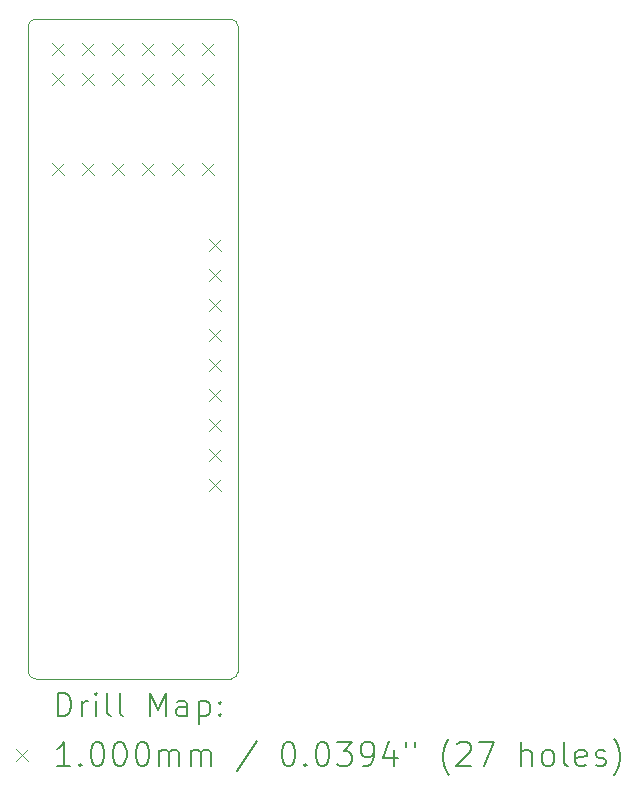
<source format=gbr>
%TF.GenerationSoftware,KiCad,Pcbnew,6.0.9-8da3e8f707~116~ubuntu20.04.1*%
%TF.CreationDate,2022-12-23T11:35:52+01:00*%
%TF.ProjectId,pcm_dac,70636d5f-6461-4632-9e6b-696361645f70,rev?*%
%TF.SameCoordinates,Original*%
%TF.FileFunction,Drillmap*%
%TF.FilePolarity,Positive*%
%FSLAX45Y45*%
G04 Gerber Fmt 4.5, Leading zero omitted, Abs format (unit mm)*
G04 Created by KiCad (PCBNEW 6.0.9-8da3e8f707~116~ubuntu20.04.1) date 2022-12-23 11:35:52*
%MOMM*%
%LPD*%
G01*
G04 APERTURE LIST*
%ADD10C,0.100000*%
%ADD11C,0.200000*%
G04 APERTURE END LIST*
D10*
X11938000Y-5905500D02*
X11938000Y-11366500D01*
X13652500Y-11430000D02*
G75*
G03*
X13716000Y-11366500I0J63500D01*
G01*
X13716000Y-5905500D02*
G75*
G03*
X13652500Y-5842000I-63500J0D01*
G01*
X11938000Y-11366500D02*
G75*
G03*
X12001500Y-11430000I63500J0D01*
G01*
X13716000Y-11366500D02*
X13716000Y-5905500D01*
X13652500Y-5842000D02*
X12001500Y-5842000D01*
X12001500Y-11430000D02*
X13652500Y-11430000D01*
X12001500Y-5842000D02*
G75*
G03*
X11938000Y-5905500I0J-63500D01*
G01*
D11*
D10*
X12142000Y-6046000D02*
X12242000Y-6146000D01*
X12242000Y-6046000D02*
X12142000Y-6146000D01*
X12142000Y-6300000D02*
X12242000Y-6400000D01*
X12242000Y-6300000D02*
X12142000Y-6400000D01*
X12142000Y-7062000D02*
X12242000Y-7162000D01*
X12242000Y-7062000D02*
X12142000Y-7162000D01*
X12396000Y-6046000D02*
X12496000Y-6146000D01*
X12496000Y-6046000D02*
X12396000Y-6146000D01*
X12396000Y-6300000D02*
X12496000Y-6400000D01*
X12496000Y-6300000D02*
X12396000Y-6400000D01*
X12396000Y-7062000D02*
X12496000Y-7162000D01*
X12496000Y-7062000D02*
X12396000Y-7162000D01*
X12650000Y-6046000D02*
X12750000Y-6146000D01*
X12750000Y-6046000D02*
X12650000Y-6146000D01*
X12650000Y-6300000D02*
X12750000Y-6400000D01*
X12750000Y-6300000D02*
X12650000Y-6400000D01*
X12650000Y-7062000D02*
X12750000Y-7162000D01*
X12750000Y-7062000D02*
X12650000Y-7162000D01*
X12904000Y-6046000D02*
X13004000Y-6146000D01*
X13004000Y-6046000D02*
X12904000Y-6146000D01*
X12904000Y-6300000D02*
X13004000Y-6400000D01*
X13004000Y-6300000D02*
X12904000Y-6400000D01*
X12904000Y-7062000D02*
X13004000Y-7162000D01*
X13004000Y-7062000D02*
X12904000Y-7162000D01*
X13158000Y-6046000D02*
X13258000Y-6146000D01*
X13258000Y-6046000D02*
X13158000Y-6146000D01*
X13158000Y-6300000D02*
X13258000Y-6400000D01*
X13258000Y-6300000D02*
X13158000Y-6400000D01*
X13158000Y-7062000D02*
X13258000Y-7162000D01*
X13258000Y-7062000D02*
X13158000Y-7162000D01*
X13412000Y-6046000D02*
X13512000Y-6146000D01*
X13512000Y-6046000D02*
X13412000Y-6146000D01*
X13412000Y-6300000D02*
X13512000Y-6400000D01*
X13512000Y-6300000D02*
X13412000Y-6400000D01*
X13412000Y-7062000D02*
X13512000Y-7162000D01*
X13512000Y-7062000D02*
X13412000Y-7162000D01*
X13472000Y-7702000D02*
X13572000Y-7802000D01*
X13572000Y-7702000D02*
X13472000Y-7802000D01*
X13472000Y-7956000D02*
X13572000Y-8056000D01*
X13572000Y-7956000D02*
X13472000Y-8056000D01*
X13472000Y-8210000D02*
X13572000Y-8310000D01*
X13572000Y-8210000D02*
X13472000Y-8310000D01*
X13472000Y-8464000D02*
X13572000Y-8564000D01*
X13572000Y-8464000D02*
X13472000Y-8564000D01*
X13472000Y-8718000D02*
X13572000Y-8818000D01*
X13572000Y-8718000D02*
X13472000Y-8818000D01*
X13472000Y-8972000D02*
X13572000Y-9072000D01*
X13572000Y-8972000D02*
X13472000Y-9072000D01*
X13472000Y-9226000D02*
X13572000Y-9326000D01*
X13572000Y-9226000D02*
X13472000Y-9326000D01*
X13472000Y-9480000D02*
X13572000Y-9580000D01*
X13572000Y-9480000D02*
X13472000Y-9580000D01*
X13472000Y-9734000D02*
X13572000Y-9834000D01*
X13572000Y-9734000D02*
X13472000Y-9834000D01*
D11*
X12190619Y-11745476D02*
X12190619Y-11545476D01*
X12238238Y-11545476D01*
X12266809Y-11555000D01*
X12285857Y-11574048D01*
X12295381Y-11593095D01*
X12304905Y-11631190D01*
X12304905Y-11659762D01*
X12295381Y-11697857D01*
X12285857Y-11716905D01*
X12266809Y-11735952D01*
X12238238Y-11745476D01*
X12190619Y-11745476D01*
X12390619Y-11745476D02*
X12390619Y-11612143D01*
X12390619Y-11650238D02*
X12400143Y-11631190D01*
X12409667Y-11621667D01*
X12428714Y-11612143D01*
X12447762Y-11612143D01*
X12514428Y-11745476D02*
X12514428Y-11612143D01*
X12514428Y-11545476D02*
X12504905Y-11555000D01*
X12514428Y-11564524D01*
X12523952Y-11555000D01*
X12514428Y-11545476D01*
X12514428Y-11564524D01*
X12638238Y-11745476D02*
X12619190Y-11735952D01*
X12609667Y-11716905D01*
X12609667Y-11545476D01*
X12743000Y-11745476D02*
X12723952Y-11735952D01*
X12714428Y-11716905D01*
X12714428Y-11545476D01*
X12971571Y-11745476D02*
X12971571Y-11545476D01*
X13038238Y-11688333D01*
X13104905Y-11545476D01*
X13104905Y-11745476D01*
X13285857Y-11745476D02*
X13285857Y-11640714D01*
X13276333Y-11621667D01*
X13257286Y-11612143D01*
X13219190Y-11612143D01*
X13200143Y-11621667D01*
X13285857Y-11735952D02*
X13266809Y-11745476D01*
X13219190Y-11745476D01*
X13200143Y-11735952D01*
X13190619Y-11716905D01*
X13190619Y-11697857D01*
X13200143Y-11678809D01*
X13219190Y-11669286D01*
X13266809Y-11669286D01*
X13285857Y-11659762D01*
X13381095Y-11612143D02*
X13381095Y-11812143D01*
X13381095Y-11621667D02*
X13400143Y-11612143D01*
X13438238Y-11612143D01*
X13457286Y-11621667D01*
X13466809Y-11631190D01*
X13476333Y-11650238D01*
X13476333Y-11707381D01*
X13466809Y-11726428D01*
X13457286Y-11735952D01*
X13438238Y-11745476D01*
X13400143Y-11745476D01*
X13381095Y-11735952D01*
X13562048Y-11726428D02*
X13571571Y-11735952D01*
X13562048Y-11745476D01*
X13552524Y-11735952D01*
X13562048Y-11726428D01*
X13562048Y-11745476D01*
X13562048Y-11621667D02*
X13571571Y-11631190D01*
X13562048Y-11640714D01*
X13552524Y-11631190D01*
X13562048Y-11621667D01*
X13562048Y-11640714D01*
D10*
X11833000Y-12025000D02*
X11933000Y-12125000D01*
X11933000Y-12025000D02*
X11833000Y-12125000D01*
D11*
X12295381Y-12165476D02*
X12181095Y-12165476D01*
X12238238Y-12165476D02*
X12238238Y-11965476D01*
X12219190Y-11994048D01*
X12200143Y-12013095D01*
X12181095Y-12022619D01*
X12381095Y-12146428D02*
X12390619Y-12155952D01*
X12381095Y-12165476D01*
X12371571Y-12155952D01*
X12381095Y-12146428D01*
X12381095Y-12165476D01*
X12514428Y-11965476D02*
X12533476Y-11965476D01*
X12552524Y-11975000D01*
X12562048Y-11984524D01*
X12571571Y-12003571D01*
X12581095Y-12041667D01*
X12581095Y-12089286D01*
X12571571Y-12127381D01*
X12562048Y-12146428D01*
X12552524Y-12155952D01*
X12533476Y-12165476D01*
X12514428Y-12165476D01*
X12495381Y-12155952D01*
X12485857Y-12146428D01*
X12476333Y-12127381D01*
X12466809Y-12089286D01*
X12466809Y-12041667D01*
X12476333Y-12003571D01*
X12485857Y-11984524D01*
X12495381Y-11975000D01*
X12514428Y-11965476D01*
X12704905Y-11965476D02*
X12723952Y-11965476D01*
X12743000Y-11975000D01*
X12752524Y-11984524D01*
X12762048Y-12003571D01*
X12771571Y-12041667D01*
X12771571Y-12089286D01*
X12762048Y-12127381D01*
X12752524Y-12146428D01*
X12743000Y-12155952D01*
X12723952Y-12165476D01*
X12704905Y-12165476D01*
X12685857Y-12155952D01*
X12676333Y-12146428D01*
X12666809Y-12127381D01*
X12657286Y-12089286D01*
X12657286Y-12041667D01*
X12666809Y-12003571D01*
X12676333Y-11984524D01*
X12685857Y-11975000D01*
X12704905Y-11965476D01*
X12895381Y-11965476D02*
X12914428Y-11965476D01*
X12933476Y-11975000D01*
X12943000Y-11984524D01*
X12952524Y-12003571D01*
X12962048Y-12041667D01*
X12962048Y-12089286D01*
X12952524Y-12127381D01*
X12943000Y-12146428D01*
X12933476Y-12155952D01*
X12914428Y-12165476D01*
X12895381Y-12165476D01*
X12876333Y-12155952D01*
X12866809Y-12146428D01*
X12857286Y-12127381D01*
X12847762Y-12089286D01*
X12847762Y-12041667D01*
X12857286Y-12003571D01*
X12866809Y-11984524D01*
X12876333Y-11975000D01*
X12895381Y-11965476D01*
X13047762Y-12165476D02*
X13047762Y-12032143D01*
X13047762Y-12051190D02*
X13057286Y-12041667D01*
X13076333Y-12032143D01*
X13104905Y-12032143D01*
X13123952Y-12041667D01*
X13133476Y-12060714D01*
X13133476Y-12165476D01*
X13133476Y-12060714D02*
X13143000Y-12041667D01*
X13162048Y-12032143D01*
X13190619Y-12032143D01*
X13209667Y-12041667D01*
X13219190Y-12060714D01*
X13219190Y-12165476D01*
X13314428Y-12165476D02*
X13314428Y-12032143D01*
X13314428Y-12051190D02*
X13323952Y-12041667D01*
X13343000Y-12032143D01*
X13371571Y-12032143D01*
X13390619Y-12041667D01*
X13400143Y-12060714D01*
X13400143Y-12165476D01*
X13400143Y-12060714D02*
X13409667Y-12041667D01*
X13428714Y-12032143D01*
X13457286Y-12032143D01*
X13476333Y-12041667D01*
X13485857Y-12060714D01*
X13485857Y-12165476D01*
X13876333Y-11955952D02*
X13704905Y-12213095D01*
X14133476Y-11965476D02*
X14152524Y-11965476D01*
X14171571Y-11975000D01*
X14181095Y-11984524D01*
X14190619Y-12003571D01*
X14200143Y-12041667D01*
X14200143Y-12089286D01*
X14190619Y-12127381D01*
X14181095Y-12146428D01*
X14171571Y-12155952D01*
X14152524Y-12165476D01*
X14133476Y-12165476D01*
X14114428Y-12155952D01*
X14104905Y-12146428D01*
X14095381Y-12127381D01*
X14085857Y-12089286D01*
X14085857Y-12041667D01*
X14095381Y-12003571D01*
X14104905Y-11984524D01*
X14114428Y-11975000D01*
X14133476Y-11965476D01*
X14285857Y-12146428D02*
X14295381Y-12155952D01*
X14285857Y-12165476D01*
X14276333Y-12155952D01*
X14285857Y-12146428D01*
X14285857Y-12165476D01*
X14419190Y-11965476D02*
X14438238Y-11965476D01*
X14457286Y-11975000D01*
X14466809Y-11984524D01*
X14476333Y-12003571D01*
X14485857Y-12041667D01*
X14485857Y-12089286D01*
X14476333Y-12127381D01*
X14466809Y-12146428D01*
X14457286Y-12155952D01*
X14438238Y-12165476D01*
X14419190Y-12165476D01*
X14400143Y-12155952D01*
X14390619Y-12146428D01*
X14381095Y-12127381D01*
X14371571Y-12089286D01*
X14371571Y-12041667D01*
X14381095Y-12003571D01*
X14390619Y-11984524D01*
X14400143Y-11975000D01*
X14419190Y-11965476D01*
X14552524Y-11965476D02*
X14676333Y-11965476D01*
X14609667Y-12041667D01*
X14638238Y-12041667D01*
X14657286Y-12051190D01*
X14666809Y-12060714D01*
X14676333Y-12079762D01*
X14676333Y-12127381D01*
X14666809Y-12146428D01*
X14657286Y-12155952D01*
X14638238Y-12165476D01*
X14581095Y-12165476D01*
X14562048Y-12155952D01*
X14552524Y-12146428D01*
X14771571Y-12165476D02*
X14809667Y-12165476D01*
X14828714Y-12155952D01*
X14838238Y-12146428D01*
X14857286Y-12117857D01*
X14866809Y-12079762D01*
X14866809Y-12003571D01*
X14857286Y-11984524D01*
X14847762Y-11975000D01*
X14828714Y-11965476D01*
X14790619Y-11965476D01*
X14771571Y-11975000D01*
X14762048Y-11984524D01*
X14752524Y-12003571D01*
X14752524Y-12051190D01*
X14762048Y-12070238D01*
X14771571Y-12079762D01*
X14790619Y-12089286D01*
X14828714Y-12089286D01*
X14847762Y-12079762D01*
X14857286Y-12070238D01*
X14866809Y-12051190D01*
X15038238Y-12032143D02*
X15038238Y-12165476D01*
X14990619Y-11955952D02*
X14943000Y-12098809D01*
X15066809Y-12098809D01*
X15133476Y-11965476D02*
X15133476Y-12003571D01*
X15209667Y-11965476D02*
X15209667Y-12003571D01*
X15504905Y-12241667D02*
X15495381Y-12232143D01*
X15476333Y-12203571D01*
X15466809Y-12184524D01*
X15457286Y-12155952D01*
X15447762Y-12108333D01*
X15447762Y-12070238D01*
X15457286Y-12022619D01*
X15466809Y-11994048D01*
X15476333Y-11975000D01*
X15495381Y-11946428D01*
X15504905Y-11936905D01*
X15571571Y-11984524D02*
X15581095Y-11975000D01*
X15600143Y-11965476D01*
X15647762Y-11965476D01*
X15666809Y-11975000D01*
X15676333Y-11984524D01*
X15685857Y-12003571D01*
X15685857Y-12022619D01*
X15676333Y-12051190D01*
X15562048Y-12165476D01*
X15685857Y-12165476D01*
X15752524Y-11965476D02*
X15885857Y-11965476D01*
X15800143Y-12165476D01*
X16114428Y-12165476D02*
X16114428Y-11965476D01*
X16200143Y-12165476D02*
X16200143Y-12060714D01*
X16190619Y-12041667D01*
X16171571Y-12032143D01*
X16143000Y-12032143D01*
X16123952Y-12041667D01*
X16114428Y-12051190D01*
X16323952Y-12165476D02*
X16304905Y-12155952D01*
X16295381Y-12146428D01*
X16285857Y-12127381D01*
X16285857Y-12070238D01*
X16295381Y-12051190D01*
X16304905Y-12041667D01*
X16323952Y-12032143D01*
X16352524Y-12032143D01*
X16371571Y-12041667D01*
X16381095Y-12051190D01*
X16390619Y-12070238D01*
X16390619Y-12127381D01*
X16381095Y-12146428D01*
X16371571Y-12155952D01*
X16352524Y-12165476D01*
X16323952Y-12165476D01*
X16504905Y-12165476D02*
X16485857Y-12155952D01*
X16476333Y-12136905D01*
X16476333Y-11965476D01*
X16657286Y-12155952D02*
X16638238Y-12165476D01*
X16600143Y-12165476D01*
X16581095Y-12155952D01*
X16571571Y-12136905D01*
X16571571Y-12060714D01*
X16581095Y-12041667D01*
X16600143Y-12032143D01*
X16638238Y-12032143D01*
X16657286Y-12041667D01*
X16666809Y-12060714D01*
X16666809Y-12079762D01*
X16571571Y-12098809D01*
X16743000Y-12155952D02*
X16762048Y-12165476D01*
X16800143Y-12165476D01*
X16819190Y-12155952D01*
X16828714Y-12136905D01*
X16828714Y-12127381D01*
X16819190Y-12108333D01*
X16800143Y-12098809D01*
X16771571Y-12098809D01*
X16752524Y-12089286D01*
X16743000Y-12070238D01*
X16743000Y-12060714D01*
X16752524Y-12041667D01*
X16771571Y-12032143D01*
X16800143Y-12032143D01*
X16819190Y-12041667D01*
X16895381Y-12241667D02*
X16904905Y-12232143D01*
X16923952Y-12203571D01*
X16933476Y-12184524D01*
X16943000Y-12155952D01*
X16952524Y-12108333D01*
X16952524Y-12070238D01*
X16943000Y-12022619D01*
X16933476Y-11994048D01*
X16923952Y-11975000D01*
X16904905Y-11946428D01*
X16895381Y-11936905D01*
M02*

</source>
